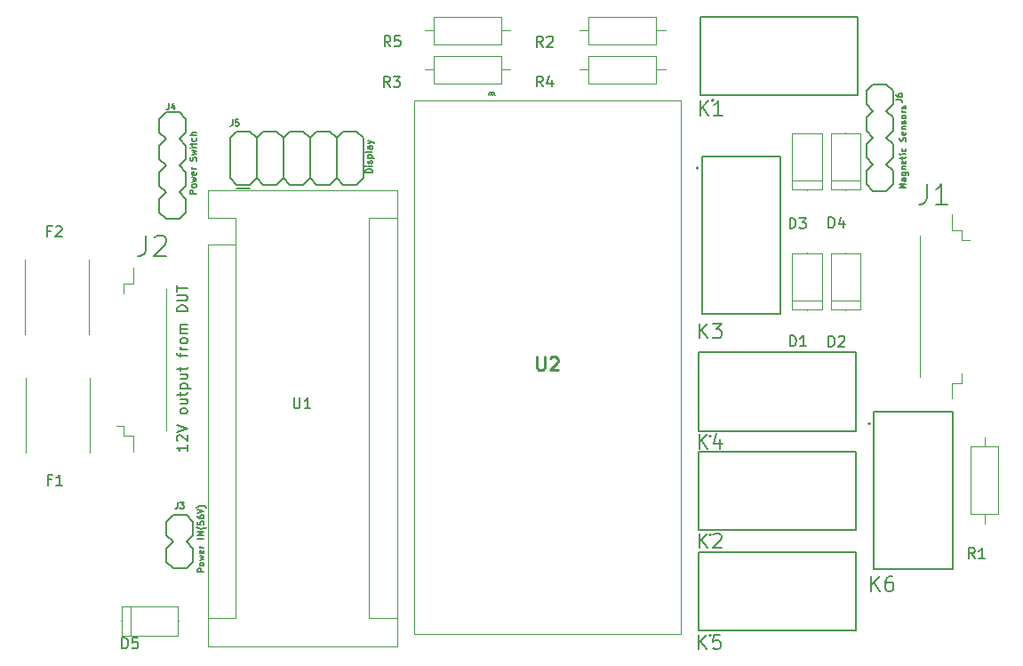
<source format=gbr>
G04 #@! TF.GenerationSoftware,KiCad,Pcbnew,(5.1.5)-3*
G04 #@! TF.CreationDate,2020-05-01T11:25:14-05:00*
G04 #@! TF.ProjectId,45-1591-1,34352d31-3539-4312-9d31-2e6b69636164,rev?*
G04 #@! TF.SameCoordinates,Original*
G04 #@! TF.FileFunction,Legend,Top*
G04 #@! TF.FilePolarity,Positive*
%FSLAX46Y46*%
G04 Gerber Fmt 4.6, Leading zero omitted, Abs format (unit mm)*
G04 Created by KiCad (PCBNEW (5.1.5)-3) date 2020-05-01 11:25:14*
%MOMM*%
%LPD*%
G04 APERTURE LIST*
%ADD10C,0.200000*%
%ADD11C,0.100000*%
%ADD12C,0.120000*%
%ADD13C,0.127000*%
%ADD14C,0.203200*%
%ADD15C,0.152400*%
%ADD16C,0.254000*%
%ADD17C,0.150000*%
G04 APERTURE END LIST*
D10*
X103569000Y-68658400D02*
G75*
G02X104169000Y-68658400I300000J0D01*
G01*
X103769000Y-68658400D02*
G75*
G02X103969000Y-68658400I100000J0D01*
G01*
X104169000Y-68658400D02*
X104169000Y-68658400D01*
X103969000Y-68658400D02*
X103969000Y-68658400D01*
D11*
X96469000Y-69198400D02*
X96469000Y-119998400D01*
X121869000Y-69198400D02*
X96469000Y-69198400D01*
X121869000Y-119998400D02*
X121869000Y-69198400D01*
X96469000Y-119998400D02*
X121869000Y-119998400D01*
D12*
X94872000Y-77695600D02*
X76832000Y-77695600D01*
X94872000Y-121135600D02*
X94872000Y-77695600D01*
X76832000Y-121135600D02*
X94872000Y-121135600D01*
X79502000Y-118465600D02*
X76832000Y-118465600D01*
X79502000Y-82905600D02*
X79502000Y-118465600D01*
X79502000Y-82905600D02*
X76832000Y-82905600D01*
X92202000Y-118465600D02*
X94872000Y-118465600D01*
X92202000Y-80365600D02*
X92202000Y-118465600D01*
X92202000Y-80365600D02*
X94872000Y-80365600D01*
X76832000Y-77695600D02*
X76832000Y-80365600D01*
X76832000Y-82905600D02*
X76832000Y-121135600D01*
X79502000Y-80365600D02*
X76832000Y-80365600D01*
X79502000Y-82905600D02*
X79502000Y-80365600D01*
X105680000Y-62500000D02*
X104790000Y-62500000D01*
X97480000Y-62500000D02*
X98370000Y-62500000D01*
X104790000Y-61190000D02*
X98370000Y-61190000D01*
X104790000Y-63810000D02*
X104790000Y-61190000D01*
X98370000Y-63810000D02*
X104790000Y-63810000D01*
X98370000Y-61190000D02*
X98370000Y-63810000D01*
X120430000Y-66250000D02*
X119540000Y-66250000D01*
X112230000Y-66250000D02*
X113120000Y-66250000D01*
X119540000Y-64940000D02*
X113120000Y-64940000D01*
X119540000Y-67560000D02*
X119540000Y-64940000D01*
X113120000Y-67560000D02*
X119540000Y-67560000D01*
X113120000Y-64940000D02*
X113120000Y-67560000D01*
X105680000Y-66250000D02*
X104790000Y-66250000D01*
X97480000Y-66250000D02*
X98370000Y-66250000D01*
X104790000Y-64940000D02*
X98370000Y-64940000D01*
X104790000Y-67560000D02*
X104790000Y-64940000D01*
X98370000Y-67560000D02*
X104790000Y-67560000D01*
X98370000Y-64940000D02*
X98370000Y-67560000D01*
X120430000Y-62500000D02*
X119540000Y-62500000D01*
X112230000Y-62500000D02*
X113120000Y-62500000D01*
X119540000Y-61190000D02*
X113120000Y-61190000D01*
X119540000Y-63810000D02*
X119540000Y-61190000D01*
X113120000Y-63810000D02*
X119540000Y-63810000D01*
X113120000Y-61190000D02*
X113120000Y-63810000D01*
X150812000Y-101234000D02*
X150812000Y-102124000D01*
X150812000Y-109434000D02*
X150812000Y-108544000D01*
X149502000Y-102124000D02*
X149502000Y-108544000D01*
X152122000Y-102124000D02*
X149502000Y-102124000D01*
X152122000Y-108544000D02*
X152122000Y-102124000D01*
X149502000Y-108544000D02*
X152122000Y-108544000D01*
D13*
X140282000Y-98812000D02*
X147782000Y-98812000D01*
X147782000Y-98812000D02*
X147782000Y-113812000D01*
X147782000Y-113812000D02*
X140282000Y-113812000D01*
X140282000Y-113812000D02*
X140282000Y-98812000D01*
D10*
X139932000Y-99942000D02*
G75*
G03X139932000Y-99942000I-100000J0D01*
G01*
X124794000Y-120111000D02*
G75*
G03X124794000Y-120111000I-100000J0D01*
G01*
D13*
X138564000Y-119661000D02*
X123564000Y-119661000D01*
X138564000Y-112161000D02*
X138564000Y-119661000D01*
X123564000Y-112161000D02*
X138564000Y-112161000D01*
X123564000Y-119661000D02*
X123564000Y-112161000D01*
X123564000Y-100674800D02*
X123564000Y-93174800D01*
X123564000Y-93174800D02*
X138564000Y-93174800D01*
X138564000Y-93174800D02*
X138564000Y-100674800D01*
X138564000Y-100674800D02*
X123564000Y-100674800D01*
D10*
X124794000Y-101124800D02*
G75*
G03X124794000Y-101124800I-100000J0D01*
G01*
D13*
X123912000Y-74491200D02*
X131412000Y-74491200D01*
X131412000Y-74491200D02*
X131412000Y-89491200D01*
X131412000Y-89491200D02*
X123912000Y-89491200D01*
X123912000Y-89491200D02*
X123912000Y-74491200D01*
D10*
X123562000Y-75621200D02*
G75*
G03X123562000Y-75621200I-100000J0D01*
G01*
D13*
X123564000Y-110086000D02*
X123564000Y-102586000D01*
X123564000Y-102586000D02*
X138564000Y-102586000D01*
X138564000Y-102586000D02*
X138564000Y-110086000D01*
X138564000Y-110086000D02*
X123564000Y-110086000D01*
D10*
X124794000Y-110536000D02*
G75*
G03X124794000Y-110536000I-100000J0D01*
G01*
D13*
X123780000Y-68696200D02*
X123780000Y-61196200D01*
X123780000Y-61196200D02*
X138780000Y-61196200D01*
X138780000Y-61196200D02*
X138780000Y-68696200D01*
X138780000Y-68696200D02*
X123780000Y-68696200D01*
D10*
X125010000Y-69146200D02*
G75*
G03X125010000Y-69146200I-100000J0D01*
G01*
D12*
X68843300Y-100178000D02*
X68093300Y-100178000D01*
X72843300Y-100578000D02*
X72843300Y-87128000D01*
X69743300Y-101128000D02*
X69743300Y-102628000D01*
X68843300Y-101128000D02*
X69743300Y-101128000D01*
X68843300Y-100178000D02*
X68843300Y-101128000D01*
X69743300Y-86578000D02*
X69743300Y-85078000D01*
X68843300Y-86578000D02*
X69743300Y-86578000D01*
X68843300Y-87528000D02*
X68843300Y-86578000D01*
X148644000Y-82473400D02*
X149394000Y-82473400D01*
X144644000Y-82073400D02*
X144644000Y-95523400D01*
X147744000Y-81523400D02*
X147744000Y-80023400D01*
X148644000Y-81523400D02*
X147744000Y-81523400D01*
X148644000Y-82473400D02*
X148644000Y-81523400D01*
X147744000Y-96073400D02*
X147744000Y-97573400D01*
X148644000Y-96073400D02*
X147744000Y-96073400D01*
X148644000Y-95123400D02*
X148644000Y-96073400D01*
X69503200Y-117322000D02*
X69503200Y-120142000D01*
X74053200Y-118732000D02*
X73983200Y-118732000D01*
X68593200Y-118732000D02*
X68663200Y-118732000D01*
X73983200Y-117322000D02*
X68663200Y-117322000D01*
X73983200Y-120142000D02*
X73983200Y-117322000D01*
X68663200Y-120142000D02*
X73983200Y-120142000D01*
X68663200Y-117322000D02*
X68663200Y-120142000D01*
X136182000Y-76775400D02*
X139002000Y-76775400D01*
X137592000Y-72225400D02*
X137592000Y-72295400D01*
X137592000Y-77685400D02*
X137592000Y-77615400D01*
X136182000Y-72295400D02*
X136182000Y-77615400D01*
X139002000Y-72295400D02*
X136182000Y-72295400D01*
X139002000Y-77615400D02*
X139002000Y-72295400D01*
X136182000Y-77615400D02*
X139002000Y-77615400D01*
X132512000Y-76826200D02*
X135332000Y-76826200D01*
X133922000Y-72276200D02*
X133922000Y-72346200D01*
X133922000Y-77736200D02*
X133922000Y-77666200D01*
X132512000Y-72346200D02*
X132512000Y-77666200D01*
X135332000Y-72346200D02*
X132512000Y-72346200D01*
X135332000Y-77666200D02*
X135332000Y-72346200D01*
X132512000Y-77666200D02*
X135332000Y-77666200D01*
X136182000Y-88230600D02*
X139002000Y-88230600D01*
X137592000Y-83680600D02*
X137592000Y-83750600D01*
X137592000Y-89140600D02*
X137592000Y-89070600D01*
X136182000Y-83750600D02*
X136182000Y-89070600D01*
X139002000Y-83750600D02*
X136182000Y-83750600D01*
X139002000Y-89070600D02*
X139002000Y-83750600D01*
X136182000Y-89070600D02*
X139002000Y-89070600D01*
X132512000Y-88230600D02*
X135332000Y-88230600D01*
X133922000Y-83680600D02*
X133922000Y-83750600D01*
X133922000Y-89140600D02*
X133922000Y-89070600D01*
X132512000Y-83750600D02*
X132512000Y-89070600D01*
X135332000Y-83750600D02*
X132512000Y-83750600D01*
X135332000Y-89070600D02*
X135332000Y-83750600D01*
X132512000Y-89070600D02*
X135332000Y-89070600D01*
X59472100Y-95563500D02*
X59472100Y-102683500D01*
X65572100Y-95563500D02*
X65572100Y-102683500D01*
X65521300Y-84349400D02*
X65521300Y-91469400D01*
X59421300Y-84349400D02*
X59421300Y-91469400D01*
D14*
X75425300Y-109271000D02*
X75425300Y-110541000D01*
X75425300Y-110541000D02*
X74790300Y-111176000D01*
X73520300Y-111176000D02*
X72885300Y-110541000D01*
X74790300Y-111176000D02*
X75425300Y-111811000D01*
X75425300Y-111811000D02*
X75425300Y-113081000D01*
X75425300Y-113081000D02*
X74790300Y-113716000D01*
X73520300Y-113716000D02*
X72885300Y-113081000D01*
X72885300Y-113081000D02*
X72885300Y-111811000D01*
X72885300Y-111811000D02*
X73520300Y-111176000D01*
X74790300Y-108636000D02*
X73520300Y-108636000D01*
X75425300Y-109271000D02*
X74790300Y-108636000D01*
X73520300Y-108636000D02*
X72885300Y-109271000D01*
X72885300Y-110541000D02*
X72885300Y-109271000D01*
X74790300Y-113716000D02*
X73520300Y-113716000D01*
X72212200Y-72186800D02*
X72212200Y-70916800D01*
X72212200Y-70916800D02*
X72847200Y-70281800D01*
X74117200Y-70281800D02*
X74752200Y-70916800D01*
X72847200Y-75361800D02*
X72212200Y-74726800D01*
X72212200Y-74726800D02*
X72212200Y-73456800D01*
X72212200Y-73456800D02*
X72847200Y-72821800D01*
X74117200Y-72821800D02*
X74752200Y-73456800D01*
X74752200Y-73456800D02*
X74752200Y-74726800D01*
X74752200Y-74726800D02*
X74117200Y-75361800D01*
X72212200Y-72186800D02*
X72847200Y-72821800D01*
X74117200Y-72821800D02*
X74752200Y-72186800D01*
X74752200Y-70916800D02*
X74752200Y-72186800D01*
X72212200Y-79806800D02*
X72212200Y-78536800D01*
X72212200Y-78536800D02*
X72847200Y-77901800D01*
X74117200Y-77901800D02*
X74752200Y-78536800D01*
X72847200Y-77901800D02*
X72212200Y-77266800D01*
X72212200Y-77266800D02*
X72212200Y-75996800D01*
X72212200Y-75996800D02*
X72847200Y-75361800D01*
X74117200Y-75361800D02*
X74752200Y-75996800D01*
X74752200Y-75996800D02*
X74752200Y-77266800D01*
X74752200Y-77266800D02*
X74117200Y-77901800D01*
X72847200Y-80441800D02*
X74117200Y-80441800D01*
X72212200Y-79806800D02*
X72847200Y-80441800D01*
X74117200Y-80441800D02*
X74752200Y-79806800D01*
X74752200Y-78536800D02*
X74752200Y-79806800D01*
X72847200Y-70281800D02*
X74117200Y-70281800D01*
D15*
X78930500Y-76568300D02*
X79565500Y-77203300D01*
X80835500Y-77203300D02*
X81470500Y-76568300D01*
X81470500Y-76568300D02*
X82105500Y-77203300D01*
X83375500Y-77203300D02*
X84010500Y-76568300D01*
X84010500Y-76568300D02*
X84645500Y-77203300D01*
X85915500Y-77203300D02*
X86550500Y-76568300D01*
X86550500Y-76568300D02*
X87185500Y-77203300D01*
X88455500Y-77203300D02*
X89090500Y-76568300D01*
X78930500Y-76568300D02*
X78930500Y-72758300D01*
X78930500Y-72758300D02*
X79565500Y-72123300D01*
X79565500Y-72123300D02*
X80835500Y-72123300D01*
X80835500Y-72123300D02*
X81470500Y-72758300D01*
X81470500Y-72758300D02*
X82105500Y-72123300D01*
X82105500Y-72123300D02*
X83375500Y-72123300D01*
X83375500Y-72123300D02*
X84010500Y-72758300D01*
X84010500Y-72758300D02*
X84645500Y-72123300D01*
X84645500Y-72123300D02*
X85915500Y-72123300D01*
X85915500Y-72123300D02*
X86550500Y-72758300D01*
X86550500Y-72758300D02*
X87185500Y-72123300D01*
X87185500Y-72123300D02*
X88455500Y-72123300D01*
X88455500Y-72123300D02*
X89090500Y-72758300D01*
X81470500Y-72758300D02*
X81470500Y-76568300D01*
X84010500Y-72758300D02*
X84010500Y-76568300D01*
X86550500Y-72758300D02*
X86550500Y-76568300D01*
X89090500Y-72758300D02*
X89090500Y-76568300D01*
X87185500Y-77203300D02*
X88455500Y-77203300D01*
X84645500Y-77203300D02*
X85915500Y-77203300D01*
X82105500Y-77203300D02*
X83375500Y-77203300D01*
X79565500Y-77203300D02*
X80835500Y-77203300D01*
X89090500Y-76568300D02*
X89725500Y-77203300D01*
X90995500Y-77203300D02*
X91630500Y-76568300D01*
X89090500Y-72758300D02*
X89725500Y-72123300D01*
X89725500Y-72123300D02*
X90995500Y-72123300D01*
X90995500Y-72123300D02*
X91630500Y-72758300D01*
X91630500Y-72758300D02*
X91630500Y-76568300D01*
X89725500Y-77203300D02*
X90995500Y-77203300D01*
D14*
X79565500Y-77584300D02*
X80835500Y-77584300D01*
X79565500Y-77584300D02*
X80835500Y-77584300D01*
X141465000Y-77800200D02*
X140195000Y-77800200D01*
X139560000Y-69545200D02*
X139560000Y-68275200D01*
X140195000Y-67640200D02*
X139560000Y-68275200D01*
X142100000Y-68275200D02*
X141465000Y-67640200D01*
X141465000Y-67640200D02*
X140195000Y-67640200D01*
X139560000Y-70815200D02*
X140195000Y-70180200D01*
X139560000Y-72085200D02*
X139560000Y-70815200D01*
X140195000Y-72720200D02*
X139560000Y-72085200D01*
X142100000Y-72085200D02*
X141465000Y-72720200D01*
X142100000Y-70815200D02*
X142100000Y-72085200D01*
X141465000Y-70180200D02*
X142100000Y-70815200D01*
X140195000Y-70180200D02*
X139560000Y-69545200D01*
X142100000Y-69545200D02*
X141465000Y-70180200D01*
X142100000Y-68275200D02*
X142100000Y-69545200D01*
X139560000Y-77165200D02*
X139560000Y-75895200D01*
X140195000Y-75260200D02*
X139560000Y-75895200D01*
X142100000Y-75895200D02*
X141465000Y-75260200D01*
X139560000Y-73355200D02*
X140195000Y-72720200D01*
X139560000Y-74625200D02*
X139560000Y-73355200D01*
X140195000Y-75260200D02*
X139560000Y-74625200D01*
X142100000Y-74625200D02*
X141465000Y-75260200D01*
X142100000Y-73355200D02*
X142100000Y-74625200D01*
X141465000Y-72720200D02*
X142100000Y-73355200D01*
X140195000Y-77800200D02*
X139560000Y-77165200D01*
X142100000Y-77165200D02*
X141465000Y-77800200D01*
X142100000Y-75895200D02*
X142100000Y-77165200D01*
D16*
X108201380Y-93582923D02*
X108201380Y-94611019D01*
X108261857Y-94731971D01*
X108322333Y-94792447D01*
X108443285Y-94852923D01*
X108685190Y-94852923D01*
X108806142Y-94792447D01*
X108866619Y-94731971D01*
X108927095Y-94611019D01*
X108927095Y-93582923D01*
X109471380Y-93703876D02*
X109531857Y-93643400D01*
X109652809Y-93582923D01*
X109955190Y-93582923D01*
X110076142Y-93643400D01*
X110136619Y-93703876D01*
X110197095Y-93824828D01*
X110197095Y-93945780D01*
X110136619Y-94127209D01*
X109410904Y-94852923D01*
X110197095Y-94852923D01*
D17*
X85039295Y-97483680D02*
X85039295Y-98293204D01*
X85086914Y-98388442D01*
X85134533Y-98436061D01*
X85229771Y-98483680D01*
X85420247Y-98483680D01*
X85515485Y-98436061D01*
X85563104Y-98388442D01*
X85610723Y-98293204D01*
X85610723Y-97483680D01*
X86610723Y-98483680D02*
X86039295Y-98483680D01*
X86325009Y-98483680D02*
X86325009Y-97483680D01*
X86229771Y-97626538D01*
X86134533Y-97721776D01*
X86039295Y-97769395D01*
X94237833Y-64031880D02*
X93904500Y-63555690D01*
X93666404Y-64031880D02*
X93666404Y-63031880D01*
X94047357Y-63031880D01*
X94142595Y-63079500D01*
X94190214Y-63127119D01*
X94237833Y-63222357D01*
X94237833Y-63365214D01*
X94190214Y-63460452D01*
X94142595Y-63508071D01*
X94047357Y-63555690D01*
X93666404Y-63555690D01*
X95142595Y-63031880D02*
X94666404Y-63031880D01*
X94618785Y-63508071D01*
X94666404Y-63460452D01*
X94761642Y-63412833D01*
X94999738Y-63412833D01*
X95094976Y-63460452D01*
X95142595Y-63508071D01*
X95190214Y-63603309D01*
X95190214Y-63841404D01*
X95142595Y-63936642D01*
X95094976Y-63984261D01*
X94999738Y-64031880D01*
X94761642Y-64031880D01*
X94666404Y-63984261D01*
X94618785Y-63936642D01*
X108759233Y-67858080D02*
X108425900Y-67381890D01*
X108187804Y-67858080D02*
X108187804Y-66858080D01*
X108568757Y-66858080D01*
X108663995Y-66905700D01*
X108711614Y-66953319D01*
X108759233Y-67048557D01*
X108759233Y-67191414D01*
X108711614Y-67286652D01*
X108663995Y-67334271D01*
X108568757Y-67381890D01*
X108187804Y-67381890D01*
X109616376Y-67191414D02*
X109616376Y-67858080D01*
X109378280Y-66810461D02*
X109140185Y-67524747D01*
X109759233Y-67524747D01*
X94187033Y-67896180D02*
X93853700Y-67419990D01*
X93615604Y-67896180D02*
X93615604Y-66896180D01*
X93996557Y-66896180D01*
X94091795Y-66943800D01*
X94139414Y-66991419D01*
X94187033Y-67086657D01*
X94187033Y-67229514D01*
X94139414Y-67324752D01*
X94091795Y-67372371D01*
X93996557Y-67419990D01*
X93615604Y-67419990D01*
X94520366Y-66896180D02*
X95139414Y-66896180D01*
X94806080Y-67277133D01*
X94948938Y-67277133D01*
X95044176Y-67324752D01*
X95091795Y-67372371D01*
X95139414Y-67467609D01*
X95139414Y-67705704D01*
X95091795Y-67800942D01*
X95044176Y-67848561D01*
X94948938Y-67896180D01*
X94663223Y-67896180D01*
X94567985Y-67848561D01*
X94520366Y-67800942D01*
X108759233Y-64057280D02*
X108425900Y-63581090D01*
X108187804Y-64057280D02*
X108187804Y-63057280D01*
X108568757Y-63057280D01*
X108663995Y-63104900D01*
X108711614Y-63152519D01*
X108759233Y-63247757D01*
X108759233Y-63390614D01*
X108711614Y-63485852D01*
X108663995Y-63533471D01*
X108568757Y-63581090D01*
X108187804Y-63581090D01*
X109140185Y-63152519D02*
X109187804Y-63104900D01*
X109283042Y-63057280D01*
X109521138Y-63057280D01*
X109616376Y-63104900D01*
X109663995Y-63152519D01*
X109711614Y-63247757D01*
X109711614Y-63342995D01*
X109663995Y-63485852D01*
X109092566Y-64057280D01*
X109711614Y-64057280D01*
X149908733Y-112784080D02*
X149575400Y-112307890D01*
X149337304Y-112784080D02*
X149337304Y-111784080D01*
X149718257Y-111784080D01*
X149813495Y-111831700D01*
X149861114Y-111879319D01*
X149908733Y-111974557D01*
X149908733Y-112117414D01*
X149861114Y-112212652D01*
X149813495Y-112260271D01*
X149718257Y-112307890D01*
X149337304Y-112307890D01*
X150861114Y-112784080D02*
X150289685Y-112784080D01*
X150575400Y-112784080D02*
X150575400Y-111784080D01*
X150480161Y-111926938D01*
X150384923Y-112022176D01*
X150289685Y-112069795D01*
X140025266Y-115898833D02*
X140025266Y-114498833D01*
X140825266Y-115898833D02*
X140225266Y-115098833D01*
X140825266Y-114498833D02*
X140025266Y-115298833D01*
X142025266Y-114498833D02*
X141758600Y-114498833D01*
X141625266Y-114565500D01*
X141558600Y-114632166D01*
X141425266Y-114832166D01*
X141358600Y-115098833D01*
X141358600Y-115632166D01*
X141425266Y-115765500D01*
X141491933Y-115832166D01*
X141625266Y-115898833D01*
X141891933Y-115898833D01*
X142025266Y-115832166D01*
X142091933Y-115765500D01*
X142158600Y-115632166D01*
X142158600Y-115298833D01*
X142091933Y-115165500D01*
X142025266Y-115098833D01*
X141891933Y-115032166D01*
X141625266Y-115032166D01*
X141491933Y-115098833D01*
X141425266Y-115165500D01*
X141358600Y-115298833D01*
X123591766Y-121435433D02*
X123591766Y-120035433D01*
X124391766Y-121435433D02*
X123791766Y-120635433D01*
X124391766Y-120035433D02*
X123591766Y-120835433D01*
X125658433Y-120035433D02*
X124991766Y-120035433D01*
X124925100Y-120702100D01*
X124991766Y-120635433D01*
X125125100Y-120568766D01*
X125458433Y-120568766D01*
X125591766Y-120635433D01*
X125658433Y-120702100D01*
X125725100Y-120835433D01*
X125725100Y-121168766D01*
X125658433Y-121302100D01*
X125591766Y-121368766D01*
X125458433Y-121435433D01*
X125125100Y-121435433D01*
X124991766Y-121368766D01*
X124925100Y-121302100D01*
X123655266Y-102322233D02*
X123655266Y-100922233D01*
X124455266Y-102322233D02*
X123855266Y-101522233D01*
X124455266Y-100922233D02*
X123655266Y-101722233D01*
X125655266Y-101388900D02*
X125655266Y-102322233D01*
X125321933Y-100855566D02*
X124988600Y-101855566D01*
X125855266Y-101855566D01*
X123642566Y-91819333D02*
X123642566Y-90419333D01*
X124442566Y-91819333D02*
X123842566Y-91019333D01*
X124442566Y-90419333D02*
X123642566Y-91219333D01*
X124909233Y-90419333D02*
X125775900Y-90419333D01*
X125309233Y-90952666D01*
X125509233Y-90952666D01*
X125642566Y-91019333D01*
X125709233Y-91086000D01*
X125775900Y-91219333D01*
X125775900Y-91552666D01*
X125709233Y-91686000D01*
X125642566Y-91752666D01*
X125509233Y-91819333D01*
X125109233Y-91819333D01*
X124975900Y-91752666D01*
X124909233Y-91686000D01*
X123642566Y-111784233D02*
X123642566Y-110384233D01*
X124442566Y-111784233D02*
X123842566Y-110984233D01*
X124442566Y-110384233D02*
X123642566Y-111184233D01*
X124975900Y-110517566D02*
X125042566Y-110450900D01*
X125175900Y-110384233D01*
X125509233Y-110384233D01*
X125642566Y-110450900D01*
X125709233Y-110517566D01*
X125775900Y-110650900D01*
X125775900Y-110784233D01*
X125709233Y-110984233D01*
X124909233Y-111784233D01*
X125775900Y-111784233D01*
X123731566Y-70597633D02*
X123731566Y-69197633D01*
X124531566Y-70597633D02*
X123931566Y-69797633D01*
X124531566Y-69197633D02*
X123731566Y-69997633D01*
X125864900Y-70597633D02*
X125064900Y-70597633D01*
X125464900Y-70597633D02*
X125464900Y-69197633D01*
X125331566Y-69397633D01*
X125198233Y-69530966D01*
X125064900Y-69597633D01*
D10*
X70910533Y-82000861D02*
X70910533Y-83429433D01*
X70815295Y-83715147D01*
X70624819Y-83905623D01*
X70339104Y-84000861D01*
X70148628Y-84000861D01*
X71767676Y-82191338D02*
X71862914Y-82096100D01*
X72053390Y-82000861D01*
X72529580Y-82000861D01*
X72720057Y-82096100D01*
X72815295Y-82191338D01*
X72910533Y-82381814D01*
X72910533Y-82572290D01*
X72815295Y-82858004D01*
X71672438Y-84000861D01*
X72910533Y-84000861D01*
D17*
X74874380Y-101965804D02*
X74874380Y-102537233D01*
X74874380Y-102251519D02*
X73874380Y-102251519D01*
X74017238Y-102346757D01*
X74112476Y-102441995D01*
X74160095Y-102537233D01*
X73969619Y-101584852D02*
X73922000Y-101537233D01*
X73874380Y-101441995D01*
X73874380Y-101203900D01*
X73922000Y-101108661D01*
X73969619Y-101061042D01*
X74064857Y-101013423D01*
X74160095Y-101013423D01*
X74302952Y-101061042D01*
X74874380Y-101632471D01*
X74874380Y-101013423D01*
X73874380Y-100727709D02*
X74874380Y-100394376D01*
X73874380Y-100061042D01*
X74874380Y-98822947D02*
X74826761Y-98918185D01*
X74779142Y-98965804D01*
X74683904Y-99013423D01*
X74398190Y-99013423D01*
X74302952Y-98965804D01*
X74255333Y-98918185D01*
X74207714Y-98822947D01*
X74207714Y-98680090D01*
X74255333Y-98584852D01*
X74302952Y-98537233D01*
X74398190Y-98489614D01*
X74683904Y-98489614D01*
X74779142Y-98537233D01*
X74826761Y-98584852D01*
X74874380Y-98680090D01*
X74874380Y-98822947D01*
X74207714Y-97632471D02*
X74874380Y-97632471D01*
X74207714Y-98061042D02*
X74731523Y-98061042D01*
X74826761Y-98013423D01*
X74874380Y-97918185D01*
X74874380Y-97775328D01*
X74826761Y-97680090D01*
X74779142Y-97632471D01*
X74207714Y-97299138D02*
X74207714Y-96918185D01*
X73874380Y-97156280D02*
X74731523Y-97156280D01*
X74826761Y-97108661D01*
X74874380Y-97013423D01*
X74874380Y-96918185D01*
X74207714Y-96584852D02*
X75207714Y-96584852D01*
X74255333Y-96584852D02*
X74207714Y-96489614D01*
X74207714Y-96299138D01*
X74255333Y-96203900D01*
X74302952Y-96156280D01*
X74398190Y-96108661D01*
X74683904Y-96108661D01*
X74779142Y-96156280D01*
X74826761Y-96203900D01*
X74874380Y-96299138D01*
X74874380Y-96489614D01*
X74826761Y-96584852D01*
X74207714Y-95251519D02*
X74874380Y-95251519D01*
X74207714Y-95680090D02*
X74731523Y-95680090D01*
X74826761Y-95632471D01*
X74874380Y-95537233D01*
X74874380Y-95394376D01*
X74826761Y-95299138D01*
X74779142Y-95251519D01*
X74207714Y-94918185D02*
X74207714Y-94537233D01*
X73874380Y-94775328D02*
X74731523Y-94775328D01*
X74826761Y-94727709D01*
X74874380Y-94632471D01*
X74874380Y-94537233D01*
X74207714Y-93584852D02*
X74207714Y-93203900D01*
X74874380Y-93441995D02*
X74017238Y-93441995D01*
X73922000Y-93394376D01*
X73874380Y-93299138D01*
X73874380Y-93203900D01*
X74874380Y-92870566D02*
X74207714Y-92870566D01*
X74398190Y-92870566D02*
X74302952Y-92822947D01*
X74255333Y-92775328D01*
X74207714Y-92680090D01*
X74207714Y-92584852D01*
X74874380Y-92108661D02*
X74826761Y-92203900D01*
X74779142Y-92251519D01*
X74683904Y-92299138D01*
X74398190Y-92299138D01*
X74302952Y-92251519D01*
X74255333Y-92203900D01*
X74207714Y-92108661D01*
X74207714Y-91965804D01*
X74255333Y-91870566D01*
X74302952Y-91822947D01*
X74398190Y-91775328D01*
X74683904Y-91775328D01*
X74779142Y-91822947D01*
X74826761Y-91870566D01*
X74874380Y-91965804D01*
X74874380Y-92108661D01*
X74874380Y-91346757D02*
X74207714Y-91346757D01*
X74302952Y-91346757D02*
X74255333Y-91299138D01*
X74207714Y-91203900D01*
X74207714Y-91061042D01*
X74255333Y-90965804D01*
X74350571Y-90918185D01*
X74874380Y-90918185D01*
X74350571Y-90918185D02*
X74255333Y-90870566D01*
X74207714Y-90775328D01*
X74207714Y-90632471D01*
X74255333Y-90537233D01*
X74350571Y-90489614D01*
X74874380Y-90489614D01*
X74874380Y-89251519D02*
X73874380Y-89251519D01*
X73874380Y-89013423D01*
X73922000Y-88870566D01*
X74017238Y-88775328D01*
X74112476Y-88727709D01*
X74302952Y-88680090D01*
X74445809Y-88680090D01*
X74636285Y-88727709D01*
X74731523Y-88775328D01*
X74826761Y-88870566D01*
X74874380Y-89013423D01*
X74874380Y-89251519D01*
X73874380Y-88251519D02*
X74683904Y-88251519D01*
X74779142Y-88203900D01*
X74826761Y-88156280D01*
X74874380Y-88061042D01*
X74874380Y-87870566D01*
X74826761Y-87775328D01*
X74779142Y-87727709D01*
X74683904Y-87680090D01*
X73874380Y-87680090D01*
X73874380Y-87346757D02*
X73874380Y-86775328D01*
X74874380Y-87061042D02*
X73874380Y-87061042D01*
D10*
X145306933Y-77098661D02*
X145306933Y-78527233D01*
X145211695Y-78812947D01*
X145021219Y-79003423D01*
X144735504Y-79098661D01*
X144545028Y-79098661D01*
X147306933Y-79098661D02*
X146164076Y-79098661D01*
X146735504Y-79098661D02*
X146735504Y-77098661D01*
X146545028Y-77384376D01*
X146354552Y-77574852D01*
X146164076Y-77670090D01*
D17*
X68680104Y-121343380D02*
X68680104Y-120343380D01*
X68918200Y-120343380D01*
X69061057Y-120391000D01*
X69156295Y-120486238D01*
X69203914Y-120581476D01*
X69251533Y-120771952D01*
X69251533Y-120914809D01*
X69203914Y-121105285D01*
X69156295Y-121200523D01*
X69061057Y-121295761D01*
X68918200Y-121343380D01*
X68680104Y-121343380D01*
X70156295Y-120343380D02*
X69680104Y-120343380D01*
X69632485Y-120819571D01*
X69680104Y-120771952D01*
X69775342Y-120724333D01*
X70013438Y-120724333D01*
X70108676Y-120771952D01*
X70156295Y-120819571D01*
X70203914Y-120914809D01*
X70203914Y-121152904D01*
X70156295Y-121248142D01*
X70108676Y-121295761D01*
X70013438Y-121343380D01*
X69775342Y-121343380D01*
X69680104Y-121295761D01*
X69632485Y-121248142D01*
X135977604Y-81287880D02*
X135977604Y-80287880D01*
X136215700Y-80287880D01*
X136358557Y-80335500D01*
X136453795Y-80430738D01*
X136501414Y-80525976D01*
X136549033Y-80716452D01*
X136549033Y-80859309D01*
X136501414Y-81049785D01*
X136453795Y-81145023D01*
X136358557Y-81240261D01*
X136215700Y-81287880D01*
X135977604Y-81287880D01*
X137406176Y-80621214D02*
X137406176Y-81287880D01*
X137168080Y-80240261D02*
X136929985Y-80954547D01*
X137549033Y-80954547D01*
X132282204Y-81351380D02*
X132282204Y-80351380D01*
X132520300Y-80351380D01*
X132663157Y-80399000D01*
X132758395Y-80494238D01*
X132806014Y-80589476D01*
X132853633Y-80779952D01*
X132853633Y-80922809D01*
X132806014Y-81113285D01*
X132758395Y-81208523D01*
X132663157Y-81303761D01*
X132520300Y-81351380D01*
X132282204Y-81351380D01*
X133186966Y-80351380D02*
X133806014Y-80351380D01*
X133472680Y-80732333D01*
X133615538Y-80732333D01*
X133710776Y-80779952D01*
X133758395Y-80827571D01*
X133806014Y-80922809D01*
X133806014Y-81160904D01*
X133758395Y-81256142D01*
X133710776Y-81303761D01*
X133615538Y-81351380D01*
X133329823Y-81351380D01*
X133234585Y-81303761D01*
X133186966Y-81256142D01*
X135987104Y-92603580D02*
X135987104Y-91603580D01*
X136225200Y-91603580D01*
X136368057Y-91651200D01*
X136463295Y-91746438D01*
X136510914Y-91841676D01*
X136558533Y-92032152D01*
X136558533Y-92175009D01*
X136510914Y-92365485D01*
X136463295Y-92460723D01*
X136368057Y-92555961D01*
X136225200Y-92603580D01*
X135987104Y-92603580D01*
X136939485Y-91698819D02*
X136987104Y-91651200D01*
X137082342Y-91603580D01*
X137320438Y-91603580D01*
X137415676Y-91651200D01*
X137463295Y-91698819D01*
X137510914Y-91794057D01*
X137510914Y-91889295D01*
X137463295Y-92032152D01*
X136891866Y-92603580D01*
X137510914Y-92603580D01*
X132308604Y-92565480D02*
X132308604Y-91565480D01*
X132546700Y-91565480D01*
X132689557Y-91613100D01*
X132784795Y-91708338D01*
X132832414Y-91803576D01*
X132880033Y-91994052D01*
X132880033Y-92136909D01*
X132832414Y-92327385D01*
X132784795Y-92422623D01*
X132689557Y-92517861D01*
X132546700Y-92565480D01*
X132308604Y-92565480D01*
X133832414Y-92565480D02*
X133260985Y-92565480D01*
X133546700Y-92565480D02*
X133546700Y-91565480D01*
X133451461Y-91708338D01*
X133356223Y-91803576D01*
X133260985Y-91851195D01*
X61934766Y-105275071D02*
X61601433Y-105275071D01*
X61601433Y-105798880D02*
X61601433Y-104798880D01*
X62077623Y-104798880D01*
X62982385Y-105798880D02*
X62410957Y-105798880D01*
X62696671Y-105798880D02*
X62696671Y-104798880D01*
X62601433Y-104941738D01*
X62506195Y-105036976D01*
X62410957Y-105084595D01*
X61883966Y-81614971D02*
X61550633Y-81614971D01*
X61550633Y-82138780D02*
X61550633Y-81138780D01*
X62026823Y-81138780D01*
X62360157Y-81234019D02*
X62407776Y-81186400D01*
X62503014Y-81138780D01*
X62741109Y-81138780D01*
X62836347Y-81186400D01*
X62883966Y-81234019D01*
X62931585Y-81329257D01*
X62931585Y-81424495D01*
X62883966Y-81567352D01*
X62312538Y-82138780D01*
X62931585Y-82138780D01*
D13*
X73952100Y-107413171D02*
X73952100Y-107848600D01*
X73923071Y-107935685D01*
X73865014Y-107993742D01*
X73777928Y-108022771D01*
X73719871Y-108022771D01*
X74184328Y-107413171D02*
X74561700Y-107413171D01*
X74358500Y-107645400D01*
X74445585Y-107645400D01*
X74503642Y-107674428D01*
X74532671Y-107703457D01*
X74561700Y-107761514D01*
X74561700Y-107906657D01*
X74532671Y-107964714D01*
X74503642Y-107993742D01*
X74445585Y-108022771D01*
X74271414Y-108022771D01*
X74213357Y-107993742D01*
X74184328Y-107964714D01*
X76463071Y-114058900D02*
X75853471Y-114058900D01*
X75853471Y-113826671D01*
X75882500Y-113768614D01*
X75911528Y-113739585D01*
X75969585Y-113710557D01*
X76056671Y-113710557D01*
X76114728Y-113739585D01*
X76143757Y-113768614D01*
X76172785Y-113826671D01*
X76172785Y-114058900D01*
X76463071Y-113362214D02*
X76434042Y-113420271D01*
X76405014Y-113449300D01*
X76346957Y-113478328D01*
X76172785Y-113478328D01*
X76114728Y-113449300D01*
X76085700Y-113420271D01*
X76056671Y-113362214D01*
X76056671Y-113275128D01*
X76085700Y-113217071D01*
X76114728Y-113188042D01*
X76172785Y-113159014D01*
X76346957Y-113159014D01*
X76405014Y-113188042D01*
X76434042Y-113217071D01*
X76463071Y-113275128D01*
X76463071Y-113362214D01*
X76056671Y-112955814D02*
X76463071Y-112839700D01*
X76172785Y-112723585D01*
X76463071Y-112607471D01*
X76056671Y-112491357D01*
X76434042Y-112026900D02*
X76463071Y-112084957D01*
X76463071Y-112201071D01*
X76434042Y-112259128D01*
X76375985Y-112288157D01*
X76143757Y-112288157D01*
X76085700Y-112259128D01*
X76056671Y-112201071D01*
X76056671Y-112084957D01*
X76085700Y-112026900D01*
X76143757Y-111997871D01*
X76201814Y-111997871D01*
X76259871Y-112288157D01*
X76463071Y-111736614D02*
X76056671Y-111736614D01*
X76172785Y-111736614D02*
X76114728Y-111707585D01*
X76085700Y-111678557D01*
X76056671Y-111620500D01*
X76056671Y-111562442D01*
X76463071Y-110894785D02*
X75853471Y-110894785D01*
X76463071Y-110604500D02*
X75853471Y-110604500D01*
X76463071Y-110256157D01*
X75853471Y-110256157D01*
X76695300Y-109791700D02*
X76666271Y-109820728D01*
X76579185Y-109878785D01*
X76521128Y-109907814D01*
X76434042Y-109936842D01*
X76288900Y-109965871D01*
X76172785Y-109965871D01*
X76027642Y-109936842D01*
X75940557Y-109907814D01*
X75882500Y-109878785D01*
X75795414Y-109820728D01*
X75766385Y-109791700D01*
X75853471Y-109269185D02*
X75853471Y-109559471D01*
X76143757Y-109588500D01*
X76114728Y-109559471D01*
X76085700Y-109501414D01*
X76085700Y-109356271D01*
X76114728Y-109298214D01*
X76143757Y-109269185D01*
X76201814Y-109240157D01*
X76346957Y-109240157D01*
X76405014Y-109269185D01*
X76434042Y-109298214D01*
X76463071Y-109356271D01*
X76463071Y-109501414D01*
X76434042Y-109559471D01*
X76405014Y-109588500D01*
X75853471Y-108717642D02*
X75853471Y-108833757D01*
X75882500Y-108891814D01*
X75911528Y-108920842D01*
X75998614Y-108978900D01*
X76114728Y-109007928D01*
X76346957Y-109007928D01*
X76405014Y-108978900D01*
X76434042Y-108949871D01*
X76463071Y-108891814D01*
X76463071Y-108775700D01*
X76434042Y-108717642D01*
X76405014Y-108688614D01*
X76346957Y-108659585D01*
X76201814Y-108659585D01*
X76143757Y-108688614D01*
X76114728Y-108717642D01*
X76085700Y-108775700D01*
X76085700Y-108891814D01*
X76114728Y-108949871D01*
X76143757Y-108978900D01*
X76201814Y-109007928D01*
X75853471Y-108485414D02*
X76463071Y-108282214D01*
X75853471Y-108079014D01*
X76695300Y-107933871D02*
X76666271Y-107904842D01*
X76579185Y-107846785D01*
X76521128Y-107817757D01*
X76434042Y-107788728D01*
X76288900Y-107759700D01*
X76172785Y-107759700D01*
X76027642Y-107788728D01*
X75940557Y-107817757D01*
X75882500Y-107846785D01*
X75795414Y-107904842D01*
X75766385Y-107933871D01*
X73113900Y-69427271D02*
X73113900Y-69862700D01*
X73084871Y-69949785D01*
X73026814Y-70007842D01*
X72939728Y-70036871D01*
X72881671Y-70036871D01*
X73665442Y-69630471D02*
X73665442Y-70036871D01*
X73520300Y-69398242D02*
X73375157Y-69833671D01*
X73752528Y-69833671D01*
X75739171Y-78036057D02*
X75129571Y-78036057D01*
X75129571Y-77803828D01*
X75158600Y-77745771D01*
X75187628Y-77716742D01*
X75245685Y-77687714D01*
X75332771Y-77687714D01*
X75390828Y-77716742D01*
X75419857Y-77745771D01*
X75448885Y-77803828D01*
X75448885Y-78036057D01*
X75739171Y-77339371D02*
X75710142Y-77397428D01*
X75681114Y-77426457D01*
X75623057Y-77455485D01*
X75448885Y-77455485D01*
X75390828Y-77426457D01*
X75361800Y-77397428D01*
X75332771Y-77339371D01*
X75332771Y-77252285D01*
X75361800Y-77194228D01*
X75390828Y-77165200D01*
X75448885Y-77136171D01*
X75623057Y-77136171D01*
X75681114Y-77165200D01*
X75710142Y-77194228D01*
X75739171Y-77252285D01*
X75739171Y-77339371D01*
X75332771Y-76932971D02*
X75739171Y-76816857D01*
X75448885Y-76700742D01*
X75739171Y-76584628D01*
X75332771Y-76468514D01*
X75710142Y-76004057D02*
X75739171Y-76062114D01*
X75739171Y-76178228D01*
X75710142Y-76236285D01*
X75652085Y-76265314D01*
X75419857Y-76265314D01*
X75361800Y-76236285D01*
X75332771Y-76178228D01*
X75332771Y-76062114D01*
X75361800Y-76004057D01*
X75419857Y-75975028D01*
X75477914Y-75975028D01*
X75535971Y-76265314D01*
X75739171Y-75713771D02*
X75332771Y-75713771D01*
X75448885Y-75713771D02*
X75390828Y-75684742D01*
X75361800Y-75655714D01*
X75332771Y-75597657D01*
X75332771Y-75539600D01*
X75710142Y-74900971D02*
X75739171Y-74813885D01*
X75739171Y-74668742D01*
X75710142Y-74610685D01*
X75681114Y-74581657D01*
X75623057Y-74552628D01*
X75565000Y-74552628D01*
X75506942Y-74581657D01*
X75477914Y-74610685D01*
X75448885Y-74668742D01*
X75419857Y-74784857D01*
X75390828Y-74842914D01*
X75361800Y-74871942D01*
X75303742Y-74900971D01*
X75245685Y-74900971D01*
X75187628Y-74871942D01*
X75158600Y-74842914D01*
X75129571Y-74784857D01*
X75129571Y-74639714D01*
X75158600Y-74552628D01*
X75332771Y-74349428D02*
X75739171Y-74233314D01*
X75448885Y-74117200D01*
X75739171Y-74001085D01*
X75332771Y-73884971D01*
X75739171Y-73652742D02*
X75332771Y-73652742D01*
X75129571Y-73652742D02*
X75158600Y-73681771D01*
X75187628Y-73652742D01*
X75158600Y-73623714D01*
X75129571Y-73652742D01*
X75187628Y-73652742D01*
X75332771Y-73449542D02*
X75332771Y-73217314D01*
X75129571Y-73362457D02*
X75652085Y-73362457D01*
X75710142Y-73333428D01*
X75739171Y-73275371D01*
X75739171Y-73217314D01*
X75710142Y-72752857D02*
X75739171Y-72810914D01*
X75739171Y-72927028D01*
X75710142Y-72985085D01*
X75681114Y-73014114D01*
X75623057Y-73043142D01*
X75448885Y-73043142D01*
X75390828Y-73014114D01*
X75361800Y-72985085D01*
X75332771Y-72927028D01*
X75332771Y-72810914D01*
X75361800Y-72752857D01*
X75739171Y-72491600D02*
X75129571Y-72491600D01*
X75739171Y-72230342D02*
X75419857Y-72230342D01*
X75361800Y-72259371D01*
X75332771Y-72317428D01*
X75332771Y-72404514D01*
X75361800Y-72462571D01*
X75390828Y-72491600D01*
X79184500Y-70989371D02*
X79184500Y-71424800D01*
X79155471Y-71511885D01*
X79097414Y-71569942D01*
X79010328Y-71598971D01*
X78952271Y-71598971D01*
X79765071Y-70989371D02*
X79474785Y-70989371D01*
X79445757Y-71279657D01*
X79474785Y-71250628D01*
X79532842Y-71221600D01*
X79677985Y-71221600D01*
X79736042Y-71250628D01*
X79765071Y-71279657D01*
X79794100Y-71337714D01*
X79794100Y-71482857D01*
X79765071Y-71540914D01*
X79736042Y-71569942D01*
X79677985Y-71598971D01*
X79532842Y-71598971D01*
X79474785Y-71569942D01*
X79445757Y-71540914D01*
X92477771Y-76031271D02*
X91868171Y-76031271D01*
X91868171Y-75886128D01*
X91897200Y-75799042D01*
X91955257Y-75740985D01*
X92013314Y-75711957D01*
X92129428Y-75682928D01*
X92216514Y-75682928D01*
X92332628Y-75711957D01*
X92390685Y-75740985D01*
X92448742Y-75799042D01*
X92477771Y-75886128D01*
X92477771Y-76031271D01*
X92477771Y-75421671D02*
X92071371Y-75421671D01*
X91868171Y-75421671D02*
X91897200Y-75450700D01*
X91926228Y-75421671D01*
X91897200Y-75392642D01*
X91868171Y-75421671D01*
X91926228Y-75421671D01*
X92448742Y-75160414D02*
X92477771Y-75102357D01*
X92477771Y-74986242D01*
X92448742Y-74928185D01*
X92390685Y-74899157D01*
X92361657Y-74899157D01*
X92303600Y-74928185D01*
X92274571Y-74986242D01*
X92274571Y-75073328D01*
X92245542Y-75131385D01*
X92187485Y-75160414D01*
X92158457Y-75160414D01*
X92100400Y-75131385D01*
X92071371Y-75073328D01*
X92071371Y-74986242D01*
X92100400Y-74928185D01*
X92071371Y-74637900D02*
X92680971Y-74637900D01*
X92100400Y-74637900D02*
X92071371Y-74579842D01*
X92071371Y-74463728D01*
X92100400Y-74405671D01*
X92129428Y-74376642D01*
X92187485Y-74347614D01*
X92361657Y-74347614D01*
X92419714Y-74376642D01*
X92448742Y-74405671D01*
X92477771Y-74463728D01*
X92477771Y-74579842D01*
X92448742Y-74637900D01*
X92477771Y-73999271D02*
X92448742Y-74057328D01*
X92390685Y-74086357D01*
X91868171Y-74086357D01*
X92477771Y-73505785D02*
X92158457Y-73505785D01*
X92100400Y-73534814D01*
X92071371Y-73592871D01*
X92071371Y-73708985D01*
X92100400Y-73767042D01*
X92448742Y-73505785D02*
X92477771Y-73563842D01*
X92477771Y-73708985D01*
X92448742Y-73767042D01*
X92390685Y-73796071D01*
X92332628Y-73796071D01*
X92274571Y-73767042D01*
X92245542Y-73708985D01*
X92245542Y-73563842D01*
X92216514Y-73505785D01*
X92071371Y-73273557D02*
X92477771Y-73128414D01*
X92071371Y-72983271D02*
X92477771Y-73128414D01*
X92622914Y-73186471D01*
X92651942Y-73215500D01*
X92680971Y-73273557D01*
X142401171Y-69113400D02*
X142836600Y-69113400D01*
X142923685Y-69142428D01*
X142981742Y-69200485D01*
X143010771Y-69287571D01*
X143010771Y-69345628D01*
X142401171Y-68561857D02*
X142401171Y-68677971D01*
X142430200Y-68736028D01*
X142459228Y-68765057D01*
X142546314Y-68823114D01*
X142662428Y-68852142D01*
X142894657Y-68852142D01*
X142952714Y-68823114D01*
X142981742Y-68794085D01*
X143010771Y-68736028D01*
X143010771Y-68619914D01*
X142981742Y-68561857D01*
X142952714Y-68532828D01*
X142894657Y-68503800D01*
X142749514Y-68503800D01*
X142691457Y-68532828D01*
X142662428Y-68561857D01*
X142633400Y-68619914D01*
X142633400Y-68736028D01*
X142662428Y-68794085D01*
X142691457Y-68823114D01*
X142749514Y-68852142D01*
X143353671Y-77511728D02*
X142744071Y-77511728D01*
X143179500Y-77308528D01*
X142744071Y-77105328D01*
X143353671Y-77105328D01*
X143353671Y-76553785D02*
X143034357Y-76553785D01*
X142976300Y-76582814D01*
X142947271Y-76640871D01*
X142947271Y-76756985D01*
X142976300Y-76815042D01*
X143324642Y-76553785D02*
X143353671Y-76611842D01*
X143353671Y-76756985D01*
X143324642Y-76815042D01*
X143266585Y-76844071D01*
X143208528Y-76844071D01*
X143150471Y-76815042D01*
X143121442Y-76756985D01*
X143121442Y-76611842D01*
X143092414Y-76553785D01*
X142947271Y-76002242D02*
X143440757Y-76002242D01*
X143498814Y-76031271D01*
X143527842Y-76060300D01*
X143556871Y-76118357D01*
X143556871Y-76205442D01*
X143527842Y-76263500D01*
X143324642Y-76002242D02*
X143353671Y-76060300D01*
X143353671Y-76176414D01*
X143324642Y-76234471D01*
X143295614Y-76263500D01*
X143237557Y-76292528D01*
X143063385Y-76292528D01*
X143005328Y-76263500D01*
X142976300Y-76234471D01*
X142947271Y-76176414D01*
X142947271Y-76060300D01*
X142976300Y-76002242D01*
X142947271Y-75711957D02*
X143353671Y-75711957D01*
X143005328Y-75711957D02*
X142976300Y-75682928D01*
X142947271Y-75624871D01*
X142947271Y-75537785D01*
X142976300Y-75479728D01*
X143034357Y-75450700D01*
X143353671Y-75450700D01*
X143324642Y-74928185D02*
X143353671Y-74986242D01*
X143353671Y-75102357D01*
X143324642Y-75160414D01*
X143266585Y-75189442D01*
X143034357Y-75189442D01*
X142976300Y-75160414D01*
X142947271Y-75102357D01*
X142947271Y-74986242D01*
X142976300Y-74928185D01*
X143034357Y-74899157D01*
X143092414Y-74899157D01*
X143150471Y-75189442D01*
X142947271Y-74724985D02*
X142947271Y-74492757D01*
X142744071Y-74637900D02*
X143266585Y-74637900D01*
X143324642Y-74608871D01*
X143353671Y-74550814D01*
X143353671Y-74492757D01*
X143353671Y-74289557D02*
X142947271Y-74289557D01*
X142744071Y-74289557D02*
X142773100Y-74318585D01*
X142802128Y-74289557D01*
X142773100Y-74260528D01*
X142744071Y-74289557D01*
X142802128Y-74289557D01*
X143324642Y-73738014D02*
X143353671Y-73796071D01*
X143353671Y-73912185D01*
X143324642Y-73970242D01*
X143295614Y-73999271D01*
X143237557Y-74028300D01*
X143063385Y-74028300D01*
X143005328Y-73999271D01*
X142976300Y-73970242D01*
X142947271Y-73912185D01*
X142947271Y-73796071D01*
X142976300Y-73738014D01*
X143324642Y-73041328D02*
X143353671Y-72954242D01*
X143353671Y-72809100D01*
X143324642Y-72751042D01*
X143295614Y-72722014D01*
X143237557Y-72692985D01*
X143179500Y-72692985D01*
X143121442Y-72722014D01*
X143092414Y-72751042D01*
X143063385Y-72809100D01*
X143034357Y-72925214D01*
X143005328Y-72983271D01*
X142976300Y-73012300D01*
X142918242Y-73041328D01*
X142860185Y-73041328D01*
X142802128Y-73012300D01*
X142773100Y-72983271D01*
X142744071Y-72925214D01*
X142744071Y-72780071D01*
X142773100Y-72692985D01*
X143324642Y-72199500D02*
X143353671Y-72257557D01*
X143353671Y-72373671D01*
X143324642Y-72431728D01*
X143266585Y-72460757D01*
X143034357Y-72460757D01*
X142976300Y-72431728D01*
X142947271Y-72373671D01*
X142947271Y-72257557D01*
X142976300Y-72199500D01*
X143034357Y-72170471D01*
X143092414Y-72170471D01*
X143150471Y-72460757D01*
X142947271Y-71909214D02*
X143353671Y-71909214D01*
X143005328Y-71909214D02*
X142976300Y-71880185D01*
X142947271Y-71822128D01*
X142947271Y-71735042D01*
X142976300Y-71676985D01*
X143034357Y-71647957D01*
X143353671Y-71647957D01*
X143324642Y-71386700D02*
X143353671Y-71328642D01*
X143353671Y-71212528D01*
X143324642Y-71154471D01*
X143266585Y-71125442D01*
X143237557Y-71125442D01*
X143179500Y-71154471D01*
X143150471Y-71212528D01*
X143150471Y-71299614D01*
X143121442Y-71357671D01*
X143063385Y-71386700D01*
X143034357Y-71386700D01*
X142976300Y-71357671D01*
X142947271Y-71299614D01*
X142947271Y-71212528D01*
X142976300Y-71154471D01*
X143353671Y-70777100D02*
X143324642Y-70835157D01*
X143295614Y-70864185D01*
X143237557Y-70893214D01*
X143063385Y-70893214D01*
X143005328Y-70864185D01*
X142976300Y-70835157D01*
X142947271Y-70777100D01*
X142947271Y-70690014D01*
X142976300Y-70631957D01*
X143005328Y-70602928D01*
X143063385Y-70573900D01*
X143237557Y-70573900D01*
X143295614Y-70602928D01*
X143324642Y-70631957D01*
X143353671Y-70690014D01*
X143353671Y-70777100D01*
X143353671Y-70312642D02*
X142947271Y-70312642D01*
X143063385Y-70312642D02*
X143005328Y-70283614D01*
X142976300Y-70254585D01*
X142947271Y-70196528D01*
X142947271Y-70138471D01*
X143324642Y-69964300D02*
X143353671Y-69906242D01*
X143353671Y-69790128D01*
X143324642Y-69732071D01*
X143266585Y-69703042D01*
X143237557Y-69703042D01*
X143179500Y-69732071D01*
X143150471Y-69790128D01*
X143150471Y-69877214D01*
X143121442Y-69935271D01*
X143063385Y-69964300D01*
X143034357Y-69964300D01*
X142976300Y-69935271D01*
X142947271Y-69877214D01*
X142947271Y-69790128D01*
X142976300Y-69732071D01*
M02*

</source>
